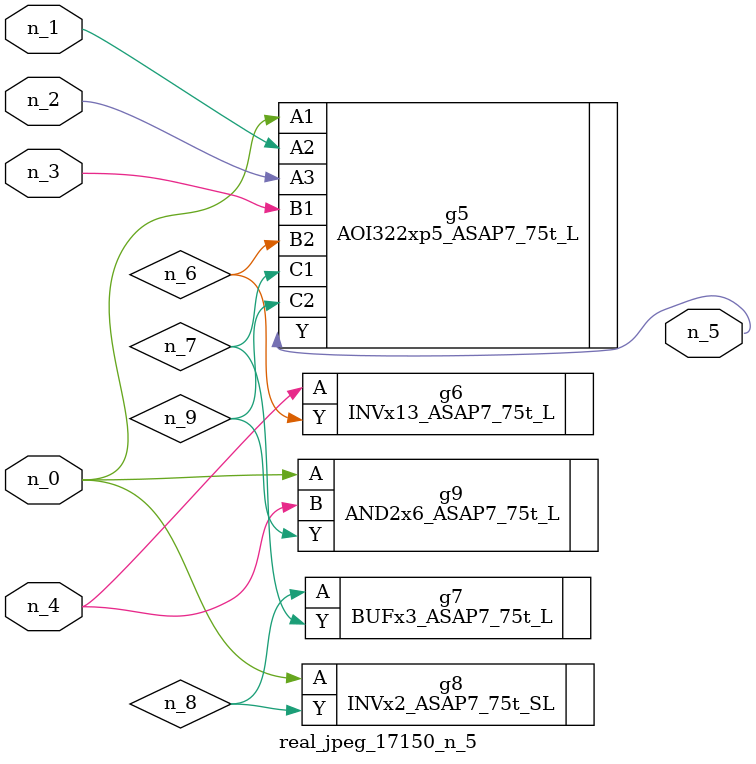
<source format=v>
module real_jpeg_17150_n_5 (n_4, n_0, n_1, n_2, n_3, n_5);

input n_4;
input n_0;
input n_1;
input n_2;
input n_3;

output n_5;

wire n_8;
wire n_6;
wire n_7;
wire n_9;

AOI322xp5_ASAP7_75t_L g5 ( 
.A1(n_0),
.A2(n_1),
.A3(n_2),
.B1(n_3),
.B2(n_6),
.C1(n_7),
.C2(n_9),
.Y(n_5)
);

INVx2_ASAP7_75t_SL g8 ( 
.A(n_0),
.Y(n_8)
);

AND2x6_ASAP7_75t_L g9 ( 
.A(n_0),
.B(n_4),
.Y(n_9)
);

INVx13_ASAP7_75t_L g6 ( 
.A(n_4),
.Y(n_6)
);

BUFx3_ASAP7_75t_L g7 ( 
.A(n_8),
.Y(n_7)
);


endmodule
</source>
